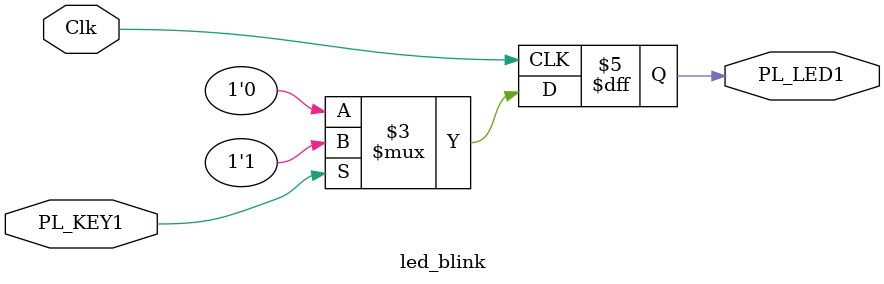
<source format=sv>
`timescale 1ns / 1ps


module led_blink(
input logic Clk,
input logic PL_KEY1,
output logic PL_LED1

    );
    
    always_ff@(posedge Clk) begin
        if (PL_KEY1) begin
            PL_LED1 <= 1'b1;
        end else begin
            PL_LED1 <= 1'b0;
        end
    end
endmodule

</source>
